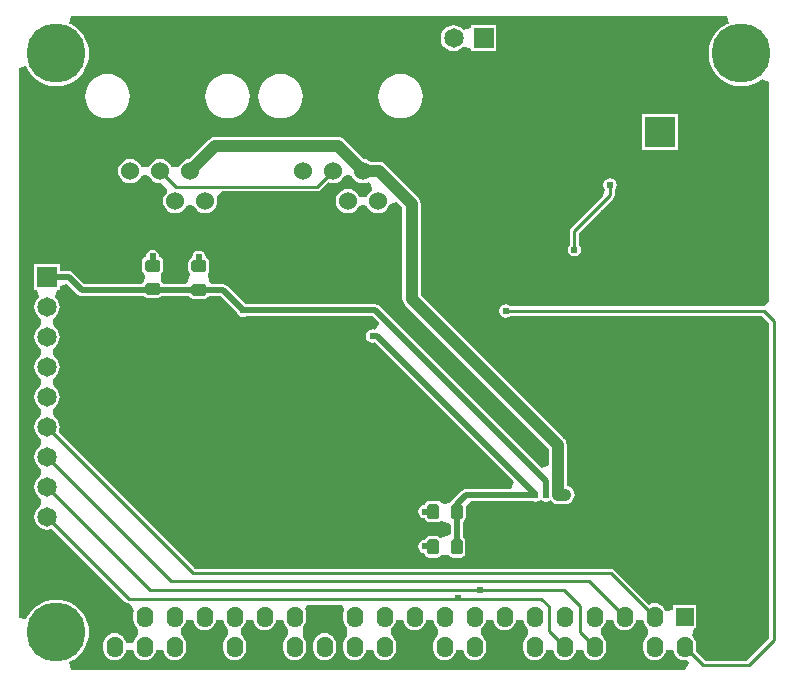
<source format=gbl>
G04*
G04 #@! TF.GenerationSoftware,Altium Limited,Altium Designer,18.0.12 (696)*
G04*
G04 Layer_Physical_Order=2*
G04 Layer_Color=16711680*
%FSLAX44Y44*%
%MOMM*%
G71*
G01*
G75*
%ADD12C,0.2540*%
G04:AMPARAMS|DCode=24|XSize=1.27mm|YSize=0.95mm|CornerRadius=0.1425mm|HoleSize=0mm|Usage=FLASHONLY|Rotation=0.000|XOffset=0mm|YOffset=0mm|HoleType=Round|Shape=RoundedRectangle|*
%AMROUNDEDRECTD24*
21,1,1.2700,0.6650,0,0,0.0*
21,1,0.9850,0.9500,0,0,0.0*
1,1,0.2850,0.4925,-0.3325*
1,1,0.2850,-0.4925,-0.3325*
1,1,0.2850,-0.4925,0.3325*
1,1,0.2850,0.4925,0.3325*
%
%ADD24ROUNDEDRECTD24*%
G04:AMPARAMS|DCode=36|XSize=1.27mm|YSize=0.95mm|CornerRadius=0.1425mm|HoleSize=0mm|Usage=FLASHONLY|Rotation=270.000|XOffset=0mm|YOffset=0mm|HoleType=Round|Shape=RoundedRectangle|*
%AMROUNDEDRECTD36*
21,1,1.2700,0.6650,0,0,270.0*
21,1,0.9850,0.9500,0,0,270.0*
1,1,0.2850,-0.3325,-0.4925*
1,1,0.2850,-0.3325,0.4925*
1,1,0.2850,0.3325,0.4925*
1,1,0.2850,0.3325,-0.4925*
%
%ADD36ROUNDEDRECTD36*%
%ADD69C,0.5080*%
%ADD70C,1.0160*%
%ADD71C,1.5240*%
%ADD72R,2.5400X2.5400*%
%ADD73R,3.1000X2.4000*%
%ADD74O,1.3970X1.7780*%
%ADD75R,1.5000X1.5000*%
%ADD76R,1.6510X1.6510*%
%ADD77C,1.6510*%
%ADD78R,1.6510X1.6510*%
%ADD79C,5.0000*%
%ADD80C,1.2700*%
%ADD81C,0.6096*%
G36*
X861217Y807401D02*
X859558Y806714D01*
X855862Y804449D01*
X852566Y801634D01*
X849751Y798338D01*
X847486Y794641D01*
X845827Y790637D01*
X844815Y786422D01*
X844475Y782100D01*
X844815Y777778D01*
X845827Y773563D01*
X847486Y769558D01*
X849751Y765862D01*
X852566Y762566D01*
X855862Y759751D01*
X859558Y757486D01*
X863563Y755827D01*
X867778Y754815D01*
X872100Y754475D01*
X876422Y754815D01*
X880637Y755827D01*
X884641Y757486D01*
X888338Y759751D01*
X889508Y760750D01*
X895858Y757934D01*
Y573016D01*
X895411Y572211D01*
X891380Y567925D01*
X676811D01*
X676715Y568069D01*
X674866Y569304D01*
X672686Y569738D01*
X670506Y569304D01*
X668657Y568069D01*
X667422Y566220D01*
X666989Y564040D01*
X667422Y561860D01*
X668657Y560011D01*
X670506Y558776D01*
X672686Y558343D01*
X674866Y558776D01*
X676715Y560011D01*
X676811Y560155D01*
X889771D01*
X895783Y554143D01*
Y287105D01*
X876723Y268045D01*
X841333D01*
X833326Y276051D01*
X833583Y278003D01*
Y281813D01*
X833256Y284300D01*
X832296Y286617D01*
X830769Y288606D01*
X830363Y288918D01*
X832283Y295268D01*
X834016D01*
Y315348D01*
X813936D01*
Y310902D01*
X807856Y309700D01*
X806896Y312017D01*
X805369Y314006D01*
X803380Y315533D01*
X801062Y316493D01*
X798576Y316820D01*
X796089Y316493D01*
X793823Y315554D01*
X764493Y344885D01*
X763233Y345727D01*
X761746Y346023D01*
X409533D01*
X294097Y461459D01*
X294743Y463018D01*
X295114Y465836D01*
X294743Y468654D01*
X293655Y471280D01*
X291925Y473535D01*
X289951Y475050D01*
X289670Y476932D01*
Y480140D01*
X289951Y482022D01*
X291925Y483537D01*
X293655Y485792D01*
X294743Y488418D01*
X295114Y491236D01*
X294743Y494054D01*
X293655Y496680D01*
X291925Y498935D01*
X289951Y500450D01*
X289670Y502332D01*
Y505540D01*
X289951Y507422D01*
X291925Y508937D01*
X293655Y511192D01*
X294743Y513818D01*
X295114Y516636D01*
X294743Y519454D01*
X293655Y522080D01*
X291925Y524335D01*
X289951Y525850D01*
X289670Y527732D01*
Y530940D01*
X289951Y532822D01*
X291925Y534337D01*
X293655Y536592D01*
X294743Y539218D01*
X295114Y542036D01*
X294743Y544854D01*
X293655Y547480D01*
X291925Y549735D01*
X289951Y551250D01*
X289670Y553132D01*
Y556340D01*
X289951Y558222D01*
X291925Y559737D01*
X293655Y561992D01*
X294743Y564618D01*
X295114Y567436D01*
X294743Y570254D01*
X293655Y572880D01*
X291925Y575135D01*
X291201Y575691D01*
X293021Y582041D01*
X295021D01*
Y585236D01*
X301371Y586654D01*
X310028Y577998D01*
X311708Y576875D01*
X313690Y576480D01*
X365794D01*
X365850Y576398D01*
X367161Y575521D01*
X368708Y575214D01*
X378558D01*
X380105Y575521D01*
X381417Y576398D01*
X381472Y576480D01*
X404402D01*
X404966Y575636D01*
X406278Y574760D01*
X407825Y574452D01*
X417675D01*
X419222Y574760D01*
X420534Y575636D01*
X421098Y576480D01*
X431179D01*
X445049Y562610D01*
X445078Y562462D01*
X446302Y560629D01*
X446313Y560613D01*
X446313Y560613D01*
X448162Y559378D01*
X450342Y558945D01*
X452522Y559378D01*
X452522Y559378D01*
X452648Y559463D01*
X559957D01*
X565237Y554182D01*
X565072Y553429D01*
X561996Y548062D01*
X561996Y548062D01*
X559835Y548492D01*
X559816Y548495D01*
X559816Y548495D01*
X557655Y548065D01*
X557636Y548062D01*
X557636Y548062D01*
X555787Y546827D01*
X555787Y546827D01*
X555778Y546813D01*
X554552Y544978D01*
X554552Y544978D01*
X554549Y544961D01*
X554122Y542817D01*
X554118Y542798D01*
Y542798D01*
X554118Y542798D01*
X554122Y542779D01*
X554552Y540618D01*
X555787Y538769D01*
X557636Y537534D01*
X557636Y537534D01*
X557655Y537531D01*
X559816Y537100D01*
X561848Y537505D01*
X679875Y419478D01*
X677445Y413611D01*
X638810D01*
X636828Y413217D01*
X635148Y412094D01*
X627637Y404585D01*
X626515Y402904D01*
X626511Y402888D01*
X626412Y402868D01*
X625100Y401992D01*
X624682Y401366D01*
X621284Y400998D01*
X617886Y401366D01*
X617468Y401992D01*
X616156Y402868D01*
X614609Y403176D01*
X607959D01*
X606412Y402868D01*
X605100Y401992D01*
X604224Y400680D01*
X604062Y399865D01*
X602105Y399476D01*
X602086Y399472D01*
X602085Y399472D01*
X600253Y398247D01*
X600237Y398237D01*
X600237Y398237D01*
X599013Y396404D01*
X599002Y396388D01*
X599002Y396388D01*
X598572Y394227D01*
X598568Y394208D01*
X598571Y394194D01*
X599002Y392028D01*
X599002Y392028D01*
X599011Y392014D01*
X600237Y390179D01*
X600237Y390179D01*
X600251Y390170D01*
X602085Y388944D01*
X602086Y388944D01*
X602103Y388941D01*
X604062Y388551D01*
X604224Y387736D01*
X605100Y386424D01*
X606412Y385548D01*
X607959Y385240D01*
X614609D01*
X616156Y385548D01*
X617467Y386424D01*
X623443Y384917D01*
X625850Y383229D01*
Y375076D01*
X623241Y373266D01*
X617214Y372020D01*
X615902Y372896D01*
X614355Y373204D01*
X607705D01*
X606158Y372896D01*
X604846Y372020D01*
X603970Y370708D01*
X603903Y370369D01*
X602105Y370012D01*
X602086Y370008D01*
X602085Y370008D01*
X600253Y368783D01*
X600237Y368773D01*
X600237Y368773D01*
X599013Y366940D01*
X599002Y366924D01*
X599002Y366924D01*
X598569Y364744D01*
X598568Y364744D01*
X598571Y364730D01*
X599002Y362564D01*
X599002Y362564D01*
X599011Y362550D01*
X600237Y360715D01*
X600237Y360715D01*
X600253Y360704D01*
X602086Y359480D01*
X603692Y359161D01*
X603970Y357764D01*
X604846Y356452D01*
X606158Y355576D01*
X607705Y355268D01*
X614355D01*
X615902Y355576D01*
X617214Y356452D01*
X617632Y357079D01*
X621030Y357446D01*
X624428Y357079D01*
X624846Y356452D01*
X626158Y355576D01*
X627705Y355268D01*
X634355D01*
X635902Y355576D01*
X637214Y356452D01*
X638090Y357764D01*
X638398Y359311D01*
Y369161D01*
X638090Y370708D01*
X637214Y372020D01*
X636209Y372691D01*
Y385584D01*
X637468Y386424D01*
X638344Y387736D01*
X638652Y389283D01*
Y399133D01*
X643666Y403252D01*
X695432D01*
X695542Y403179D01*
X695558Y403168D01*
X695558Y403168D01*
X697738Y402734D01*
X699918Y403168D01*
X702183Y404212D01*
X704448Y403168D01*
X706628Y402734D01*
X708808Y403168D01*
X708808Y403168D01*
X708824Y403179D01*
X710404Y404235D01*
X711353Y402997D01*
X712945Y401776D01*
X714799Y401008D01*
X716788Y400746D01*
X723138D01*
X725127Y401008D01*
X726981Y401776D01*
X728573Y402997D01*
X729794Y404589D01*
X730562Y406443D01*
X730824Y408432D01*
X730562Y410421D01*
X729794Y412275D01*
X728573Y413867D01*
X726981Y415088D01*
X725127Y415856D01*
X724220Y415975D01*
Y450596D01*
X723958Y452585D01*
X723190Y454439D01*
X721969Y456031D01*
X600522Y577478D01*
Y655066D01*
X600260Y657055D01*
X599492Y658909D01*
X598271Y660501D01*
X570857Y687915D01*
X569265Y689136D01*
X567411Y689904D01*
X565422Y690166D01*
X558369D01*
X556820Y691355D01*
X554348Y692378D01*
X552412Y692633D01*
X536031Y709015D01*
X534439Y710236D01*
X532585Y711004D01*
X530596Y711266D01*
X426492D01*
X424503Y711004D01*
X422649Y710236D01*
X421057Y709015D01*
X404676Y692633D01*
X402740Y692378D01*
X400268Y691355D01*
X398146Y689726D01*
X396517Y687604D01*
X395983Y686313D01*
X393173Y685769D01*
X392211D01*
X389401Y686313D01*
X388867Y687604D01*
X387238Y689726D01*
X385116Y691355D01*
X382644Y692378D01*
X379992Y692728D01*
X377340Y692378D01*
X374868Y691355D01*
X372746Y689726D01*
X371117Y687604D01*
X370583Y686313D01*
X367774Y685769D01*
X366811D01*
X364001Y686313D01*
X363467Y687604D01*
X361838Y689726D01*
X359716Y691355D01*
X357244Y692378D01*
X354592Y692728D01*
X351940Y692378D01*
X349468Y691355D01*
X347346Y689726D01*
X345717Y687604D01*
X344693Y685132D01*
X344344Y682480D01*
X344693Y679828D01*
X345717Y677356D01*
X347346Y675234D01*
X349468Y673605D01*
X351940Y672581D01*
X354592Y672232D01*
X357244Y672581D01*
X359716Y673605D01*
X361838Y675234D01*
X363467Y677356D01*
X364001Y678646D01*
X366811Y679191D01*
X367774D01*
X370583Y678646D01*
X371117Y677356D01*
X372746Y675234D01*
X374868Y673605D01*
X377340Y672581D01*
X379992Y672232D01*
X384973Y667875D01*
X385466Y666877D01*
X385446Y664326D01*
X383817Y662204D01*
X382794Y659732D01*
X382444Y657080D01*
X382794Y654428D01*
X383817Y651956D01*
X385446Y649834D01*
X387568Y648205D01*
X390040Y647181D01*
X392692Y646832D01*
X395344Y647181D01*
X397816Y648205D01*
X399938Y649834D01*
X401567Y651956D01*
X402101Y653247D01*
X404911Y653791D01*
X405873D01*
X408683Y653247D01*
X409217Y651956D01*
X410846Y649834D01*
X412968Y648205D01*
X415440Y647181D01*
X418092Y646832D01*
X420744Y647181D01*
X423216Y648205D01*
X425338Y649834D01*
X426967Y651956D01*
X427990Y654428D01*
X428340Y657080D01*
X428080Y659055D01*
X428336Y660214D01*
X431967Y665273D01*
X432183Y665405D01*
X513106D01*
X514593Y665701D01*
X515853Y666543D01*
X522405Y673095D01*
X523644Y672581D01*
X526296Y672232D01*
X528948Y672581D01*
X531420Y673605D01*
X533542Y675234D01*
X535171Y677356D01*
X535698Y678629D01*
X535746Y678654D01*
X538515Y679191D01*
X539478D01*
X542287Y678646D01*
X542821Y677356D01*
X544450Y675234D01*
X546572Y673605D01*
X549044Y672581D01*
X551696Y672232D01*
X554348Y672581D01*
X556820Y673605D01*
X558817Y671892D01*
X559356Y666538D01*
X559272Y665955D01*
X557150Y664326D01*
X555521Y662204D01*
X554987Y660913D01*
X552178Y660369D01*
X551215D01*
X548405Y660913D01*
X547871Y662204D01*
X546242Y664326D01*
X544120Y665955D01*
X541648Y666979D01*
X538996Y667328D01*
X536344Y666979D01*
X533872Y665955D01*
X531750Y664326D01*
X530121Y662204D01*
X529098Y659732D01*
X528748Y657080D01*
X529098Y654428D01*
X530121Y651956D01*
X531750Y649834D01*
X533872Y648205D01*
X536344Y647181D01*
X538996Y646832D01*
X541648Y647181D01*
X544120Y648205D01*
X546242Y649834D01*
X547871Y651956D01*
X548405Y653247D01*
X551215Y653791D01*
X552178D01*
X554987Y653247D01*
X555521Y651956D01*
X557150Y649834D01*
X559272Y648205D01*
X561744Y647181D01*
X564396Y646832D01*
X567048Y647181D01*
X569520Y648205D01*
X571642Y649834D01*
X573271Y651956D01*
X574295Y654428D01*
X580921Y656112D01*
X585150Y651882D01*
Y574294D01*
X585412Y572305D01*
X586180Y570451D01*
X587401Y568859D01*
X708848Y447412D01*
Y433517D01*
X702982Y431087D01*
X565765Y568304D01*
X564084Y569427D01*
X562102Y569822D01*
X452648D01*
X452522Y569906D01*
X452374Y569935D01*
X436987Y585322D01*
X435306Y586445D01*
X433324Y586839D01*
X423406D01*
X421573Y589568D01*
X420534Y595636D01*
X421410Y596948D01*
X421718Y598495D01*
Y605145D01*
X421410Y606692D01*
X420534Y608004D01*
X419222Y608880D01*
X418884Y608947D01*
X418447Y609600D01*
X418014Y611780D01*
X416779Y613629D01*
X414930Y614864D01*
X412750Y615298D01*
X410570Y614864D01*
X408721Y613629D01*
X407486Y611780D01*
X407052Y609600D01*
X406616Y608947D01*
X406278Y608880D01*
X404966Y608004D01*
X404090Y606692D01*
X403782Y605145D01*
Y598495D01*
X404090Y596948D01*
X404966Y595636D01*
X403927Y589568D01*
X402094Y586839D01*
X382415D01*
X382293Y587453D01*
X381417Y588765D01*
X380791Y589183D01*
X380423Y592581D01*
X380791Y595979D01*
X381417Y596398D01*
X382293Y597709D01*
X382601Y599256D01*
Y605906D01*
X382293Y607453D01*
X381417Y608765D01*
X380105Y609641D01*
X379767Y609709D01*
X379331Y610361D01*
X378897Y612542D01*
X377662Y614390D01*
X375813Y615625D01*
X373633Y616059D01*
X371453Y615625D01*
X369604Y614390D01*
X368369Y612542D01*
X367936Y610361D01*
X367500Y609709D01*
X367161Y609641D01*
X365850Y608765D01*
X364973Y607453D01*
X364665Y605906D01*
Y599256D01*
X364973Y597709D01*
X365850Y596398D01*
X366476Y595979D01*
X366843Y592581D01*
X366476Y589183D01*
X365850Y588765D01*
X364973Y587453D01*
X364851Y586839D01*
X315835D01*
X306176Y596498D01*
X304496Y597621D01*
X302514Y598016D01*
X295021D01*
Y603631D01*
X273431D01*
Y582041D01*
X275431D01*
X277251Y575691D01*
X276527Y575135D01*
X274797Y572880D01*
X273709Y570254D01*
X273338Y567436D01*
X273709Y564618D01*
X274797Y561992D01*
X276527Y559737D01*
X278501Y558222D01*
X278782Y556340D01*
Y553132D01*
X278501Y551250D01*
X276527Y549735D01*
X274797Y547480D01*
X273709Y544854D01*
X273338Y542036D01*
X273709Y539218D01*
X274797Y536592D01*
X276527Y534337D01*
X278501Y532822D01*
X278782Y530940D01*
Y527732D01*
X278501Y525850D01*
X276527Y524335D01*
X274797Y522080D01*
X273709Y519454D01*
X273338Y516636D01*
X273709Y513818D01*
X274797Y511192D01*
X276527Y508937D01*
X278501Y507422D01*
X278782Y505540D01*
Y502332D01*
X278501Y500450D01*
X276527Y498935D01*
X274797Y496680D01*
X273709Y494054D01*
X273338Y491236D01*
X273709Y488418D01*
X274797Y485792D01*
X276527Y483537D01*
X278501Y482022D01*
X278782Y480140D01*
Y476932D01*
X278501Y475050D01*
X276527Y473535D01*
X274797Y471280D01*
X273709Y468654D01*
X273338Y465836D01*
X273709Y463018D01*
X274797Y460392D01*
X276527Y458137D01*
X278501Y456622D01*
X278782Y454740D01*
Y451532D01*
X278501Y449650D01*
X276527Y448135D01*
X274797Y445880D01*
X273709Y443254D01*
X273338Y440436D01*
X273709Y437618D01*
X274797Y434992D01*
X276527Y432737D01*
X278501Y431222D01*
X278782Y429340D01*
Y426132D01*
X278501Y424250D01*
X276527Y422735D01*
X274797Y420480D01*
X273709Y417854D01*
X273338Y415036D01*
X273709Y412218D01*
X274797Y409592D01*
X276527Y407337D01*
X278501Y405822D01*
X278782Y403940D01*
Y400732D01*
X278501Y398850D01*
X276527Y397335D01*
X274797Y395080D01*
X273709Y392454D01*
X273338Y389636D01*
X273709Y386818D01*
X274797Y384192D01*
X276527Y381937D01*
X278782Y380207D01*
X281408Y379119D01*
X284226Y378748D01*
X287044Y379119D01*
X288603Y379765D01*
X350567Y317801D01*
X351827Y316959D01*
X353314Y316663D01*
X354017D01*
X355550Y315059D01*
X357750Y310313D01*
X357496Y309699D01*
X357169Y307213D01*
Y303403D01*
X357496Y300917D01*
X358456Y298599D01*
X359983Y296610D01*
X360345Y296332D01*
X360887Y294267D01*
Y290949D01*
X360345Y288884D01*
X359983Y288606D01*
X358456Y286617D01*
X357496Y284300D01*
X357278Y282645D01*
X350874D01*
X350656Y284300D01*
X349696Y286617D01*
X348169Y288606D01*
X346180Y290133D01*
X343862Y291093D01*
X341376Y291420D01*
X338890Y291093D01*
X336572Y290133D01*
X334583Y288606D01*
X333056Y286617D01*
X332096Y284300D01*
X331769Y281813D01*
Y278003D01*
X332096Y275516D01*
X333056Y273199D01*
X334583Y271210D01*
X336572Y269683D01*
X338890Y268723D01*
X341376Y268396D01*
X343862Y268723D01*
X346180Y269683D01*
X348169Y271210D01*
X349696Y273199D01*
X350656Y275516D01*
X350874Y277171D01*
X357278D01*
X357496Y275516D01*
X358456Y273199D01*
X359983Y271210D01*
X361972Y269683D01*
X364290Y268723D01*
X366776Y268396D01*
X369263Y268723D01*
X371580Y269683D01*
X373569Y271210D01*
X375096Y273199D01*
X376056Y275516D01*
X376274Y277171D01*
X382678D01*
X382896Y275516D01*
X383856Y273199D01*
X385383Y271210D01*
X387372Y269683D01*
X389689Y268723D01*
X392176Y268396D01*
X394663Y268723D01*
X396980Y269683D01*
X398969Y271210D01*
X400496Y273199D01*
X401456Y275516D01*
X401783Y278003D01*
Y281813D01*
X401456Y284300D01*
X400496Y286617D01*
X398969Y288606D01*
X398607Y288884D01*
X398065Y290949D01*
Y294267D01*
X398607Y296332D01*
X398969Y296610D01*
X400496Y298599D01*
X401456Y300917D01*
X401674Y302570D01*
X408078D01*
X408296Y300917D01*
X409256Y298599D01*
X410783Y296610D01*
X412772Y295083D01*
X415089Y294123D01*
X417576Y293796D01*
X420062Y294123D01*
X422380Y295083D01*
X424369Y296610D01*
X425896Y298599D01*
X426856Y300917D01*
X427074Y302570D01*
X433478D01*
X433696Y300917D01*
X434656Y298599D01*
X436183Y296610D01*
X436545Y296332D01*
X437087Y294267D01*
Y290949D01*
X436545Y288884D01*
X436183Y288606D01*
X434656Y286617D01*
X433696Y284300D01*
X433369Y281813D01*
Y278003D01*
X433696Y275516D01*
X434656Y273199D01*
X436183Y271210D01*
X438172Y269683D01*
X440490Y268723D01*
X442976Y268396D01*
X445462Y268723D01*
X447780Y269683D01*
X449769Y271210D01*
X451296Y273199D01*
X452256Y275516D01*
X452583Y278003D01*
Y281813D01*
X452256Y284300D01*
X451296Y286617D01*
X449769Y288606D01*
X449407Y288884D01*
X448865Y290949D01*
Y294267D01*
X449407Y296332D01*
X449769Y296610D01*
X451296Y298599D01*
X452256Y300917D01*
X452474Y302570D01*
X458878D01*
X459096Y300917D01*
X460056Y298599D01*
X461583Y296610D01*
X463572Y295083D01*
X465890Y294123D01*
X468376Y293796D01*
X470863Y294123D01*
X473180Y295083D01*
X475169Y296610D01*
X476696Y298599D01*
X477656Y300917D01*
X477874Y302570D01*
X484278D01*
X484496Y300917D01*
X485456Y298599D01*
X486983Y296610D01*
X487345Y296332D01*
X487887Y294267D01*
Y290949D01*
X487345Y288884D01*
X486983Y288606D01*
X485456Y286617D01*
X484496Y284300D01*
X484169Y281813D01*
Y278003D01*
X484496Y275516D01*
X485456Y273199D01*
X486983Y271210D01*
X488972Y269683D01*
X491289Y268723D01*
X493776Y268396D01*
X496263Y268723D01*
X498580Y269683D01*
X500569Y271210D01*
X502096Y273199D01*
X503056Y275516D01*
X503274Y277171D01*
D01*
X503383Y278003D01*
Y281813D01*
X503056Y284300D01*
X502096Y286617D01*
X500634Y288522D01*
Y296694D01*
X502096Y298599D01*
X503056Y300917D01*
X503383Y303403D01*
Y307213D01*
X503056Y309699D01*
X502350Y311404D01*
X503195Y313512D01*
X504445Y315214D01*
X533907D01*
X535158Y313512D01*
X536002Y311404D01*
X535296Y309699D01*
X534969Y307213D01*
Y303403D01*
X535296Y300917D01*
X536256Y298599D01*
X537783Y296610D01*
X538226Y296269D01*
Y288946D01*
X537783Y288606D01*
X536256Y286617D01*
X535296Y284300D01*
X534969Y281813D01*
Y278003D01*
X535078Y277171D01*
X535296Y275516D01*
X536256Y273199D01*
X537783Y271210D01*
X539772Y269683D01*
X542090Y268723D01*
X544576Y268396D01*
X547062Y268723D01*
X549380Y269683D01*
X551369Y271210D01*
X552896Y273199D01*
X553856Y275516D01*
X554074Y277171D01*
X560478D01*
X560696Y275516D01*
X561656Y273199D01*
X563183Y271210D01*
X565172Y269683D01*
X567490Y268723D01*
X569976Y268396D01*
X572463Y268723D01*
X574780Y269683D01*
X576769Y271210D01*
X578296Y273199D01*
X579256Y275516D01*
X579583Y278003D01*
Y281813D01*
X579256Y284300D01*
X578296Y286617D01*
X576769Y288606D01*
X576407Y288884D01*
X575865Y290949D01*
Y294267D01*
X576407Y296332D01*
X576769Y296610D01*
X578296Y298599D01*
X579256Y300917D01*
X579474Y302570D01*
X585878D01*
X586096Y300917D01*
X587056Y298599D01*
X588583Y296610D01*
X590572Y295083D01*
X592890Y294123D01*
X595376Y293796D01*
X597863Y294123D01*
X600180Y295083D01*
X602169Y296610D01*
X603696Y298599D01*
X604656Y300917D01*
X604874Y302570D01*
X611278D01*
X611496Y300917D01*
X612456Y298599D01*
X613983Y296610D01*
X614345Y296332D01*
X614887Y294267D01*
Y290949D01*
X614345Y288884D01*
X613983Y288606D01*
X612456Y286617D01*
X611496Y284300D01*
X611169Y281813D01*
Y278003D01*
X611496Y275516D01*
X612456Y273199D01*
X613983Y271210D01*
X615972Y269683D01*
X618289Y268723D01*
X620776Y268396D01*
X623262Y268723D01*
X625580Y269683D01*
X627569Y271210D01*
X629096Y273199D01*
X630056Y275516D01*
X630274Y277171D01*
X636678D01*
X636896Y275516D01*
X637856Y273199D01*
X639383Y271210D01*
X641372Y269683D01*
X643689Y268723D01*
X646176Y268396D01*
X648662Y268723D01*
X650980Y269683D01*
X652969Y271210D01*
X654496Y273199D01*
X655456Y275516D01*
X655783Y278003D01*
Y281813D01*
X655456Y284300D01*
X654496Y286617D01*
X652969Y288606D01*
X652607Y288884D01*
X652065Y290949D01*
Y294267D01*
X652607Y296332D01*
X652969Y296610D01*
X654496Y298599D01*
X655456Y300917D01*
X655674Y302570D01*
X662078D01*
X662296Y300917D01*
X663256Y298599D01*
X664783Y296610D01*
X666772Y295083D01*
X669090Y294123D01*
X671576Y293796D01*
X674062Y294123D01*
X676380Y295083D01*
X678369Y296610D01*
X679896Y298599D01*
X680856Y300917D01*
X681074Y302570D01*
X687478D01*
X687696Y300917D01*
X688656Y298599D01*
X690183Y296610D01*
X690545Y296332D01*
X691087Y294267D01*
Y290949D01*
X690545Y288884D01*
X690183Y288606D01*
X688656Y286617D01*
X687696Y284300D01*
X687369Y281813D01*
Y278003D01*
X687696Y275516D01*
X688656Y273199D01*
X690183Y271210D01*
X692172Y269683D01*
X694490Y268723D01*
X696976Y268396D01*
X699463Y268723D01*
X701780Y269683D01*
X703769Y271210D01*
X705296Y273199D01*
X706256Y275516D01*
X706474Y277171D01*
X712878D01*
X713096Y275516D01*
X714056Y273199D01*
X715583Y271210D01*
X717572Y269683D01*
X719890Y268723D01*
X722376Y268396D01*
X724863Y268723D01*
X727180Y269683D01*
X729169Y271210D01*
X730696Y273199D01*
X731656Y275516D01*
X731874Y277171D01*
X738278D01*
X738496Y275516D01*
X739456Y273199D01*
X740983Y271210D01*
X742972Y269683D01*
X745290Y268723D01*
X747776Y268396D01*
X750263Y268723D01*
X752580Y269683D01*
X754569Y271210D01*
X756096Y273199D01*
X757056Y275516D01*
X757383Y278003D01*
Y281813D01*
X757056Y284300D01*
X756096Y286617D01*
X754569Y288606D01*
X754207Y288884D01*
X753665Y290949D01*
Y294267D01*
X754207Y296332D01*
X754569Y296610D01*
X756096Y298599D01*
X757056Y300917D01*
X757274Y302570D01*
X763678D01*
X763896Y300917D01*
X764856Y298599D01*
X766383Y296610D01*
X768372Y295083D01*
X770689Y294123D01*
X773176Y293796D01*
X775663Y294123D01*
X777980Y295083D01*
X779969Y296610D01*
X781496Y298599D01*
X782456Y300917D01*
X782674Y302570D01*
X789078D01*
X789296Y300917D01*
X790256Y298599D01*
X791783Y296610D01*
X792145Y296332D01*
X792687Y294267D01*
Y290949D01*
X792145Y288884D01*
X791783Y288606D01*
X790256Y286617D01*
X789296Y284300D01*
X788969Y281813D01*
Y278003D01*
X789296Y275516D01*
X790256Y273199D01*
X791783Y271210D01*
X793772Y269683D01*
X796089Y268723D01*
X798576Y268396D01*
X801062Y268723D01*
X803380Y269683D01*
X805369Y271210D01*
X806896Y273199D01*
X807856Y275516D01*
X808074Y277171D01*
X814478D01*
X814696Y275516D01*
X815656Y273199D01*
X817183Y271210D01*
X819172Y269683D01*
X821489Y268723D01*
X823976Y268396D01*
X825512Y268598D01*
X827721Y266765D01*
X827737Y265948D01*
X824578Y260415D01*
X304164D01*
X302901Y266765D01*
X304642Y267486D01*
X308338Y269751D01*
X311634Y272566D01*
X314449Y275862D01*
X316714Y279558D01*
X318373Y283563D01*
X319385Y287778D01*
X319725Y292100D01*
X319385Y296422D01*
X318373Y300637D01*
X316714Y304642D01*
X314449Y308338D01*
X311634Y311634D01*
X308338Y314449D01*
X304642Y316714D01*
X300637Y318373D01*
X296422Y319385D01*
X292100Y319725D01*
X287778Y319385D01*
X283563Y318373D01*
X279558Y316714D01*
X275862Y314449D01*
X272566Y311634D01*
X269751Y308338D01*
X267486Y304642D01*
X266765Y302901D01*
X260415Y304164D01*
Y770036D01*
X266765Y771299D01*
X267486Y769558D01*
X269751Y765862D01*
X272566Y762566D01*
X275862Y759751D01*
X279558Y757486D01*
X283563Y755827D01*
X287778Y754815D01*
X292100Y754475D01*
X296422Y754815D01*
X300637Y755827D01*
X304642Y757486D01*
X308338Y759751D01*
X311634Y762566D01*
X314449Y765862D01*
X316714Y769558D01*
X318373Y773563D01*
X319385Y777778D01*
X319725Y782100D01*
X319385Y786422D01*
X318373Y790637D01*
X316714Y794641D01*
X314449Y798338D01*
X311634Y801634D01*
X308338Y804449D01*
X304642Y806714D01*
X302983Y807401D01*
X304246Y813751D01*
X859954D01*
X861217Y807401D01*
D02*
G37*
%LPC*%
G36*
X628396Y805908D02*
X625578Y805537D01*
X622952Y804449D01*
X620697Y802719D01*
X618967Y800464D01*
X617879Y797838D01*
X617508Y795020D01*
X617879Y792202D01*
X618967Y789576D01*
X620697Y787321D01*
X622952Y785591D01*
X625578Y784503D01*
X628396Y784132D01*
X631214Y784503D01*
X633840Y785591D01*
X636095Y787321D01*
X636651Y788045D01*
X643001Y786225D01*
Y784225D01*
X664591D01*
Y805815D01*
X643001D01*
Y803815D01*
X636651Y801995D01*
X636095Y802719D01*
X633840Y804449D01*
X631214Y805537D01*
X628396Y805908D01*
D02*
G37*
G36*
X583396Y764861D02*
X579712Y764498D01*
X576171Y763424D01*
X572906Y761679D01*
X570045Y759331D01*
X567697Y756470D01*
X565952Y753205D01*
X564878Y749663D01*
X564515Y745980D01*
X564878Y742297D01*
X565952Y738755D01*
X567697Y735490D01*
X570045Y732629D01*
X572906Y730281D01*
X576171Y728536D01*
X579712Y727462D01*
X583396Y727099D01*
X587080Y727462D01*
X590621Y728536D01*
X593886Y730281D01*
X596747Y732629D01*
X599095Y735490D01*
X600840Y738755D01*
X601914Y742297D01*
X602277Y745980D01*
X601914Y749663D01*
X600840Y753205D01*
X599095Y756470D01*
X596747Y759331D01*
X593886Y761679D01*
X590621Y763424D01*
X587080Y764498D01*
X583396Y764861D01*
D02*
G37*
G36*
X481796D02*
X478112Y764498D01*
X474571Y763424D01*
X471306Y761679D01*
X468445Y759331D01*
X466097Y756470D01*
X464352Y753205D01*
X463278Y749663D01*
X462915Y745980D01*
X463278Y742297D01*
X464352Y738755D01*
X466097Y735490D01*
X468445Y732629D01*
X471306Y730281D01*
X474571Y728536D01*
X478112Y727462D01*
X481796Y727099D01*
X485480Y727462D01*
X489021Y728536D01*
X492286Y730281D01*
X495147Y732629D01*
X497495Y735490D01*
X499240Y738755D01*
X500314Y742297D01*
X500677Y745980D01*
X500314Y749663D01*
X499240Y753205D01*
X497495Y756470D01*
X495147Y759331D01*
X492286Y761679D01*
X489021Y763424D01*
X485480Y764498D01*
X481796Y764861D01*
D02*
G37*
G36*
X437092D02*
X433409Y764498D01*
X429867Y763424D01*
X426602Y761679D01*
X423741Y759331D01*
X421393Y756470D01*
X419648Y753205D01*
X418574Y749663D01*
X418211Y745980D01*
X418574Y742297D01*
X419648Y738755D01*
X421393Y735490D01*
X423741Y732629D01*
X426602Y730281D01*
X429867Y728536D01*
X433409Y727462D01*
X437092Y727099D01*
X440775Y727462D01*
X444317Y728536D01*
X447582Y730281D01*
X450443Y732629D01*
X452791Y735490D01*
X454536Y738755D01*
X455610Y742297D01*
X455973Y745980D01*
X455610Y749663D01*
X454536Y753205D01*
X452791Y756470D01*
X450443Y759331D01*
X447582Y761679D01*
X444317Y763424D01*
X440775Y764498D01*
X437092Y764861D01*
D02*
G37*
G36*
X335492D02*
X331809Y764498D01*
X328267Y763424D01*
X325002Y761679D01*
X322141Y759331D01*
X319793Y756470D01*
X318048Y753205D01*
X316974Y749663D01*
X316611Y745980D01*
X316974Y742297D01*
X318048Y738755D01*
X319793Y735490D01*
X322141Y732629D01*
X325002Y730281D01*
X328267Y728536D01*
X331809Y727462D01*
X335492Y727099D01*
X339175Y727462D01*
X342717Y728536D01*
X345982Y730281D01*
X348843Y732629D01*
X351191Y735490D01*
X352936Y738755D01*
X354010Y742297D01*
X354373Y745980D01*
X354010Y749663D01*
X352936Y753205D01*
X351191Y756470D01*
X348843Y759331D01*
X345982Y761679D01*
X342717Y763424D01*
X339175Y764498D01*
X335492Y764861D01*
D02*
G37*
G36*
X818388Y731122D02*
X787908D01*
Y700642D01*
X818388D01*
Y731122D01*
D02*
G37*
G36*
X760984Y676512D02*
X758804Y676078D01*
X756955Y674843D01*
X755720Y672994D01*
X755286Y670814D01*
X755720Y668634D01*
X756955Y666785D01*
X754743Y661176D01*
X728011Y634445D01*
X727169Y633185D01*
X726873Y631698D01*
Y620075D01*
X726729Y619979D01*
X725494Y618130D01*
X725061Y615950D01*
X725494Y613770D01*
X726729Y611921D01*
X728578Y610686D01*
X730758Y610252D01*
X732938Y610686D01*
X734787Y611921D01*
X736022Y613770D01*
X736456Y615950D01*
X736022Y618130D01*
X734787Y619979D01*
X734643Y620075D01*
Y630089D01*
X763731Y659177D01*
X764573Y660437D01*
X764869Y661924D01*
Y666689D01*
X765013Y666785D01*
X766248Y668634D01*
X766682Y670814D01*
X766248Y672994D01*
X765013Y674843D01*
X763164Y676078D01*
X760984Y676512D01*
D02*
G37*
G36*
X519176Y291420D02*
X516689Y291093D01*
X514372Y290133D01*
X512383Y288606D01*
X510856Y286617D01*
X509896Y284300D01*
X509569Y281813D01*
Y278003D01*
X509678Y277171D01*
X509896Y275516D01*
X510856Y273199D01*
X512383Y271210D01*
X514372Y269683D01*
X516689Y268723D01*
X519176Y268396D01*
X521662Y268723D01*
X523980Y269683D01*
X525969Y271210D01*
X527496Y273199D01*
X528456Y275516D01*
X528674Y277171D01*
Y277171D01*
D01*
X528783Y278003D01*
Y281813D01*
X528456Y284300D01*
X527496Y286617D01*
X525969Y288606D01*
X523980Y290133D01*
X521662Y291093D01*
X519176Y291420D01*
D02*
G37*
%LPD*%
D12*
X899668Y285496D02*
Y555752D01*
X878332Y264160D02*
X899668Y285496D01*
X839724Y264160D02*
X878332D01*
X678688Y328168D02*
X721868D01*
X371094D02*
X678688D01*
X353314Y320548D02*
X702564D01*
X891380Y564040D02*
X899668Y555752D01*
X672686Y564040D02*
X891380D01*
X708914Y293370D02*
X722376Y279908D01*
X735330Y292354D02*
Y314706D01*
Y292354D02*
X747776Y279908D01*
X708914Y293370D02*
Y314198D01*
X284226Y465836D02*
X407924Y342138D01*
X761746D01*
X798576Y305308D01*
X284226Y440436D02*
X389382Y335280D01*
X743204D01*
X773176Y305308D01*
X284226Y389636D02*
X353314Y320548D01*
X702564D02*
X708914Y314198D01*
X284226Y415036D02*
X371094Y328168D01*
X721868D02*
X735330Y314706D01*
X823976Y279908D02*
X839724Y264160D01*
X513106Y669290D02*
X526296Y682480D01*
X379992D02*
X393182Y669290D01*
X513106D01*
X730758Y615950D02*
Y631698D01*
X760984Y661924D01*
Y670814D01*
D24*
X373633Y602581D02*
D03*
Y582581D02*
D03*
X412750Y601820D02*
D03*
Y581820D02*
D03*
D36*
X611030Y364236D02*
D03*
X631030D02*
D03*
X611284Y394208D02*
D03*
X631284D02*
D03*
D69*
X631300D02*
Y400922D01*
X638810Y408432D01*
X697738D01*
X559816Y542798D02*
X563880D01*
X697738Y408940D01*
X706628Y408432D02*
Y420116D01*
X562102Y564642D02*
X706628Y420116D01*
X450342Y564642D02*
X562102D01*
X373633Y602581D02*
Y610361D01*
X412750Y601820D02*
Y609600D01*
X284226Y592836D02*
X302514D01*
X604266Y364744D02*
X610522D01*
X611030Y364236D01*
X604266Y394208D02*
X611284D01*
X302514Y592836D02*
X313690Y581660D01*
X631030Y393954D02*
X631284Y394208D01*
X631030Y364236D02*
Y364490D01*
Y393954D01*
X630522Y363982D02*
X631030Y364490D01*
X631284Y364744D01*
X313690Y581660D02*
X433324D01*
X450342Y564642D01*
D70*
X716788Y408432D02*
X723138D01*
X592836Y574294D02*
X716534Y450596D01*
Y409956D02*
Y450596D01*
X530596Y703580D02*
X551696Y682480D01*
X565422D01*
X592836Y655066D01*
Y574294D02*
Y655066D01*
X405392Y682480D02*
X426492Y703580D01*
X530596D01*
D71*
X564396Y657080D02*
D03*
X551696Y682480D02*
D03*
X538996Y657080D02*
D03*
X526296Y682480D02*
D03*
X513596Y657080D02*
D03*
X500896Y682480D02*
D03*
X418092Y657080D02*
D03*
X405392Y682480D02*
D03*
X392692Y657080D02*
D03*
X379992Y682480D02*
D03*
X367292Y657080D02*
D03*
X354592Y682480D02*
D03*
D72*
X803148Y715882D02*
D03*
Y665590D02*
D03*
D73*
X700278Y643890D02*
D03*
D74*
X798576Y305308D02*
D03*
X773176D02*
D03*
X747776D02*
D03*
X722376D02*
D03*
X696976D02*
D03*
X671576D02*
D03*
X646176D02*
D03*
X620776D02*
D03*
X595376D02*
D03*
X569976D02*
D03*
X544576D02*
D03*
X519176D02*
D03*
X493776D02*
D03*
X468376D02*
D03*
X442976D02*
D03*
X366776D02*
D03*
X341376D02*
D03*
X417576D02*
D03*
X392176D02*
D03*
Y279908D02*
D03*
X417576D02*
D03*
X341376D02*
D03*
X366776D02*
D03*
X442976D02*
D03*
X468376D02*
D03*
X493776D02*
D03*
X519176D02*
D03*
X544576D02*
D03*
X569976D02*
D03*
X595376D02*
D03*
X620776D02*
D03*
X646176D02*
D03*
X671576D02*
D03*
X696976D02*
D03*
X722376D02*
D03*
X747776D02*
D03*
X773176D02*
D03*
X798576D02*
D03*
X823976D02*
D03*
D75*
Y305308D02*
D03*
D76*
X653796Y795020D02*
D03*
D77*
X628396D02*
D03*
X284226Y415036D02*
D03*
Y440436D02*
D03*
Y567436D02*
D03*
Y465836D02*
D03*
Y491236D02*
D03*
Y542036D02*
D03*
Y516636D02*
D03*
Y389636D02*
D03*
Y364236D02*
D03*
D78*
Y592836D02*
D03*
D79*
X292100Y292100D02*
D03*
X872100Y782100D02*
D03*
X292100D02*
D03*
D80*
X706628Y643890D02*
D03*
X693928D02*
D03*
D81*
X844804Y685800D02*
D03*
X844550Y677926D02*
D03*
Y670560D02*
D03*
Y663194D02*
D03*
X844296Y656082D02*
D03*
X852424D02*
D03*
X852678Y663194D02*
D03*
Y670560D02*
D03*
Y677926D02*
D03*
X852932Y685800D02*
D03*
X837184Y686054D02*
D03*
X836930Y678180D02*
D03*
Y670814D02*
D03*
Y663448D02*
D03*
X836676Y656336D02*
D03*
X828548D02*
D03*
X828802Y663448D02*
D03*
Y670814D02*
D03*
Y678180D02*
D03*
X829056Y686054D02*
D03*
X845058Y723646D02*
D03*
X844804Y715772D02*
D03*
Y708406D02*
D03*
Y701040D02*
D03*
X844550Y693928D02*
D03*
X852678D02*
D03*
X852932Y701040D02*
D03*
Y708406D02*
D03*
Y715772D02*
D03*
X853186Y723646D02*
D03*
X837438Y723900D02*
D03*
X837184Y716026D02*
D03*
Y708660D02*
D03*
Y701294D02*
D03*
X836930Y694182D02*
D03*
X828802D02*
D03*
X829056Y701294D02*
D03*
Y708660D02*
D03*
Y716026D02*
D03*
X829310Y723900D02*
D03*
X504698Y475742D02*
D03*
X504444Y467868D02*
D03*
Y460502D02*
D03*
Y453136D02*
D03*
X504190Y446024D02*
D03*
X512318D02*
D03*
X512572Y453136D02*
D03*
Y460502D02*
D03*
Y467868D02*
D03*
X512826Y475742D02*
D03*
X497078Y475996D02*
D03*
X496824Y468122D02*
D03*
Y460756D02*
D03*
Y453390D02*
D03*
X496570Y446278D02*
D03*
X488442D02*
D03*
X488696Y453390D02*
D03*
Y460756D02*
D03*
Y468122D02*
D03*
X488950Y475996D02*
D03*
X504952Y513842D02*
D03*
X504698Y505968D02*
D03*
Y498602D02*
D03*
Y491236D02*
D03*
X504444Y484124D02*
D03*
X512572D02*
D03*
X512826Y491236D02*
D03*
Y498602D02*
D03*
Y505968D02*
D03*
X513080Y513842D02*
D03*
X497332Y514096D02*
D03*
X497078Y506222D02*
D03*
Y498856D02*
D03*
Y491490D02*
D03*
X496824Y484378D02*
D03*
X488696D02*
D03*
X488950Y491490D02*
D03*
Y498856D02*
D03*
Y506222D02*
D03*
X489204Y514096D02*
D03*
X676148Y383794D02*
D03*
X675894Y375920D02*
D03*
Y368554D02*
D03*
Y361188D02*
D03*
X675640Y354076D02*
D03*
X683768D02*
D03*
X684022Y361188D02*
D03*
Y368554D02*
D03*
Y375920D02*
D03*
X684276Y383794D02*
D03*
X668528Y384048D02*
D03*
X668274Y376174D02*
D03*
Y368808D02*
D03*
Y361442D02*
D03*
X668020Y354330D02*
D03*
X659892D02*
D03*
X660146Y361442D02*
D03*
Y368808D02*
D03*
Y376174D02*
D03*
X660400Y384048D02*
D03*
X433832Y412750D02*
D03*
X433578Y404876D02*
D03*
Y397510D02*
D03*
Y390144D02*
D03*
X433324Y383032D02*
D03*
X441452D02*
D03*
X441706Y390144D02*
D03*
Y397510D02*
D03*
Y404876D02*
D03*
X441960Y412750D02*
D03*
X426212Y413004D02*
D03*
X425958Y405130D02*
D03*
Y397764D02*
D03*
Y390398D02*
D03*
X425704Y383286D02*
D03*
X417576D02*
D03*
X417830Y390398D02*
D03*
Y397764D02*
D03*
Y405130D02*
D03*
X418084Y413004D02*
D03*
X634492Y599948D02*
D03*
X634238Y592074D02*
D03*
Y584708D02*
D03*
Y577342D02*
D03*
X633984Y570230D02*
D03*
X642112D02*
D03*
X642366Y577342D02*
D03*
Y584708D02*
D03*
Y592074D02*
D03*
X642620Y599948D02*
D03*
X626872Y600202D02*
D03*
X626618Y592328D02*
D03*
Y584962D02*
D03*
Y577596D02*
D03*
X626364Y570484D02*
D03*
X618236D02*
D03*
X618490Y577596D02*
D03*
Y584962D02*
D03*
Y592328D02*
D03*
X618744Y600202D02*
D03*
X615188Y455676D02*
D03*
X614934Y447802D02*
D03*
Y440436D02*
D03*
Y433070D02*
D03*
X614680Y425958D02*
D03*
X622808D02*
D03*
X623062Y433070D02*
D03*
Y440436D02*
D03*
Y447802D02*
D03*
X623316Y455676D02*
D03*
X607568Y455930D02*
D03*
X607314Y448056D02*
D03*
Y440690D02*
D03*
Y433324D02*
D03*
X607060Y426212D02*
D03*
X598932D02*
D03*
X599186Y433324D02*
D03*
Y440690D02*
D03*
Y448056D02*
D03*
X599440Y455930D02*
D03*
X464312Y805688D02*
D03*
X464058Y797814D02*
D03*
Y790448D02*
D03*
Y783082D02*
D03*
X463804Y775970D02*
D03*
X471932D02*
D03*
X472186Y783082D02*
D03*
Y790448D02*
D03*
Y797814D02*
D03*
X472440Y805688D02*
D03*
X456692Y805942D02*
D03*
X456438Y798068D02*
D03*
Y790702D02*
D03*
Y783336D02*
D03*
X456184Y776224D02*
D03*
X448056D02*
D03*
X448310Y783336D02*
D03*
Y790702D02*
D03*
Y798068D02*
D03*
X448564Y805942D02*
D03*
X591058Y805688D02*
D03*
X590804Y797814D02*
D03*
Y790448D02*
D03*
Y783082D02*
D03*
X590550Y775970D02*
D03*
X598678D02*
D03*
X598932Y783082D02*
D03*
Y790448D02*
D03*
Y797814D02*
D03*
X599186Y805688D02*
D03*
X583438Y805942D02*
D03*
X583184Y798068D02*
D03*
Y790702D02*
D03*
Y783336D02*
D03*
X582930Y776224D02*
D03*
X574802D02*
D03*
X575056Y783336D02*
D03*
Y790702D02*
D03*
Y798068D02*
D03*
X575310Y805942D02*
D03*
X350012Y802640D02*
D03*
X349758Y794766D02*
D03*
Y787400D02*
D03*
Y780034D02*
D03*
X349504Y772922D02*
D03*
X357632D02*
D03*
X357886Y780034D02*
D03*
Y787400D02*
D03*
Y794766D02*
D03*
X358140Y802640D02*
D03*
X342392Y802894D02*
D03*
X342138Y795020D02*
D03*
Y787654D02*
D03*
Y780288D02*
D03*
X341884Y773176D02*
D03*
X333756D02*
D03*
X334010Y780288D02*
D03*
Y787654D02*
D03*
Y795020D02*
D03*
X334264Y802894D02*
D03*
X288544Y698754D02*
D03*
X288290Y690880D02*
D03*
Y683514D02*
D03*
Y676148D02*
D03*
X288036Y669036D02*
D03*
X296164D02*
D03*
X296418Y676148D02*
D03*
Y683514D02*
D03*
Y690880D02*
D03*
X296672Y698754D02*
D03*
X280924Y699008D02*
D03*
X280670Y691134D02*
D03*
Y683768D02*
D03*
Y676402D02*
D03*
X280416Y669290D02*
D03*
X272288D02*
D03*
X272542Y676402D02*
D03*
Y683768D02*
D03*
Y691134D02*
D03*
X272796Y699008D02*
D03*
X273558Y737108D02*
D03*
X273304Y729234D02*
D03*
Y721868D02*
D03*
Y714502D02*
D03*
X273050Y707390D02*
D03*
X281178D02*
D03*
X281432Y714502D02*
D03*
Y721868D02*
D03*
Y729234D02*
D03*
X281686Y737108D02*
D03*
X534670Y633476D02*
D03*
X525780Y633730D02*
D03*
X517906Y633476D02*
D03*
X510032Y633730D02*
D03*
X502158D02*
D03*
X559816Y542798D02*
D03*
X631952Y320802D02*
D03*
X716788Y408432D02*
D03*
X695706Y525272D02*
D03*
X695960Y514604D02*
D03*
X696722Y534162D02*
D03*
X695960Y497840D02*
D03*
X496316Y394208D02*
D03*
X496062Y384556D02*
D03*
X297434Y736854D02*
D03*
X297180Y728980D02*
D03*
Y721614D02*
D03*
Y714248D02*
D03*
X296926Y707136D02*
D03*
X288798D02*
D03*
X289052Y714248D02*
D03*
Y721614D02*
D03*
Y728980D02*
D03*
X289306Y736854D02*
D03*
X697738Y408432D02*
D03*
X706628D02*
D03*
X723138D02*
D03*
X373633Y610361D02*
D03*
X412750Y609600D02*
D03*
X604266Y364744D02*
D03*
Y394208D02*
D03*
X745998Y362712D02*
D03*
X758698D02*
D03*
X773938D02*
D03*
X786638D02*
D03*
X495300Y375158D02*
D03*
X730758Y615950D02*
D03*
X672686Y564040D02*
D03*
X760984Y670814D02*
D03*
X450342Y564642D02*
D03*
X729488Y655574D02*
D03*
X736092D02*
D03*
X729488Y648716D02*
D03*
X742696Y655574D02*
D03*
X722884D02*
D03*
Y648716D02*
D03*
X736092D02*
D03*
X756158Y633476D02*
D03*
Y640080D02*
D03*
Y646684D02*
D03*
X670052Y640588D02*
D03*
Y633984D02*
D03*
X663702Y640588D02*
D03*
Y634238D02*
D03*
X657352Y640588D02*
D03*
Y634238D02*
D03*
X729488Y641858D02*
D03*
X722884D02*
D03*
X786638Y374142D02*
D03*
X773938D02*
D03*
X758698D02*
D03*
X745998D02*
D03*
X650494Y328168D02*
D03*
M02*

</source>
